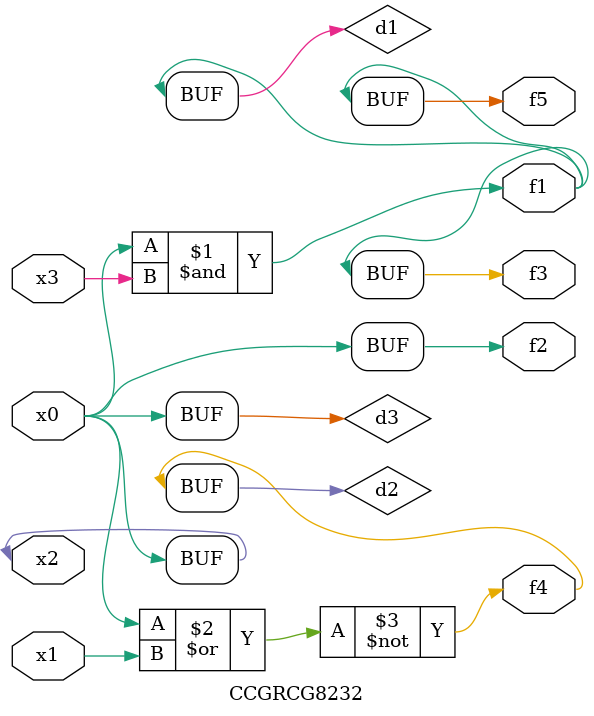
<source format=v>
module CCGRCG8232(
	input x0, x1, x2, x3,
	output f1, f2, f3, f4, f5
);

	wire d1, d2, d3;

	and (d1, x2, x3);
	nor (d2, x0, x1);
	buf (d3, x0, x2);
	assign f1 = d1;
	assign f2 = d3;
	assign f3 = d1;
	assign f4 = d2;
	assign f5 = d1;
endmodule

</source>
